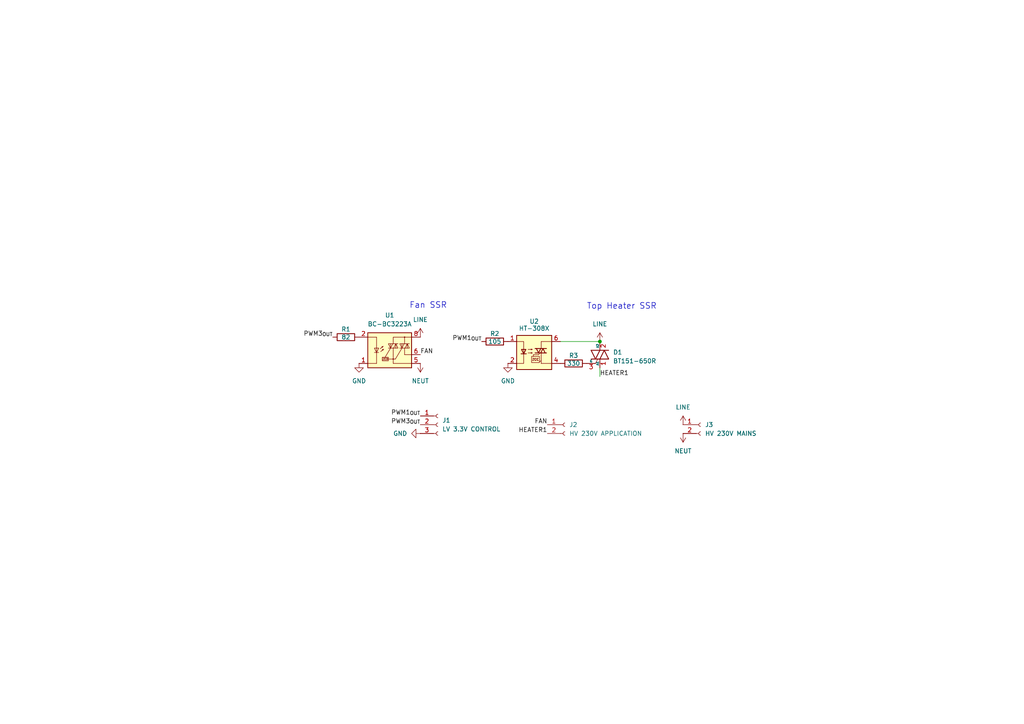
<source format=kicad_sch>
(kicad_sch (version 20231120) (generator "eeschema") (generator_version "8.0")
  (paper "A4")
  (lib_symbols
    (symbol "Connector:Conn_01x02_Socket" (pin_names (offset 1.016) hide)
      (property "Reference" "J" (at 0 2.54 0))
      (property "Value" "Conn_01x02_Socket" (at 0 -5.08 0))
      (symbol "Conn_01x02_Socket_1_1"
        (arc (start 0 -2.032) (mid -0.5058 -2.54) (end 0 -3.048) (stroke (width 0.1524)))
        (polyline (pts (xy -1.27 -2.54) (xy -0.508 -2.54)) (stroke (width 0.1524)))
        (polyline (pts (xy -1.27 0) (xy -0.508 0)) (stroke (width 0.1524)))
        (arc (start 0 0.508) (mid -0.5058 0) (end 0 -0.508) (stroke (width 0.1524)))
        (pin passive line (at -5.08 0 0) (length 3.81) (name "Pin_1") (number "1"))
        (pin passive line (at -5.08 -2.54 0) (length 3.81) (name "Pin_2") (number "2"))
      )
    )
    (symbol "Connector:Conn_01x03_Socket" (pin_names (offset 1.016) hide)
      (property "Reference" "J" (at 0 5.08 0))
      (property "Value" "Conn_01x03_Socket" (at 0 -5.08 0))
      (symbol "Conn_01x03_Socket_1_1"
        (arc (start 0 -2.032) (mid -0.5058 -2.54) (end 0 -3.048) (stroke (width 0.1524)))
        (polyline (pts (xy -1.27 -2.54) (xy -0.508 -2.54)) (stroke (width 0.1524)))
        (polyline (pts (xy -1.27 0) (xy -0.508 0)) (stroke (width 0.1524)))
        (polyline (pts (xy -1.27 2.54) (xy -0.508 2.54)) (stroke (width 0.1524)))
        (arc (start 0 0.508) (mid -0.5058 0) (end 0 -0.508) (stroke (width 0.1524)))
        (arc (start 0 3.048) (mid -0.5058 2.54) (end 0 2.032) (stroke (width 0.1524)))
        (pin passive line (at -5.08 2.54 0) (length 3.81) (name "Pin_1") (number "1"))
        (pin passive line (at -5.08 0 0) (length 3.81) (name "Pin_2") (number "2"))
        (pin passive line (at -5.08 -2.54 0) (length 3.81) (name "Pin_3") (number "3"))
      )
    )
    (symbol "Device:R" (pin_numbers hide) (pin_names (offset 0))
      (property "Reference" "R" (at 2.032 0 90))
      (property "Value" "R" (at 0 0 90))
      (symbol "R_0_1"
        (rectangle (start -1.016 -2.54) (end 1.016 2.54) (stroke (width 0.254)))
      )
      (symbol "R_1_1"
        (pin passive line (at 0 3.81 270) (length 1.27) (name "~") (number "1"))
        (pin passive line (at 0 -3.81 90) (length 1.27) (name "~") (number "2"))
      )
    )
    (symbol "GiveBetterNameRelay_SolidState:BC-BC3223A"
      (property "Reference" "U" (at -5.08 5.08 0))
      (property "Value" "BC-BC3223A " (at 0 5.08 0))
      (symbol "BC-BC3223A_0_1"
        (polyline (pts (xy 3.048 -2.54) (xy 5.08 -2.54)))
        (polyline (pts (xy 3.048 -0.635) (xy 3.048 -2.54)))
      )
      (symbol "BC-BC3223A_1_1"
        (rectangle (start -7.62 3.81) (end 5.08 -6.35) (stroke (width 0.254)) (fill (type background)))
        (rectangle (start -3.429 -3.302) (end -1.651 -4.318))
        (circle (center -0.254 -3.81) (radius 0.127))
        (polyline (pts (xy -5.715 -1.905) (xy -4.445 -1.905)))
        (polyline (pts (xy -5.08 -5.08) (xy -7.62 -5.08)))
        (polyline (pts (xy -5.08 -1.905) (xy -5.08 -5.08)))
        (polyline (pts (xy -5.08 -0.635) (xy -5.08 -1.905)))
        (polyline (pts (xy -5.08 -0.635) (xy -5.08 2.54)))
        (polyline (pts (xy -5.08 2.54) (xy -7.493 2.54)))
        (polyline (pts (xy -3.3782 -0.2794) (xy -4.0132 -0.8128)))
        (polyline (pts (xy -3.2512 -1.1176) (xy -3.8862 -1.651)))
        (polyline (pts (xy -1.651 -3.81) (xy -0.254 -3.81)))
        (polyline (pts (xy -1.016 -0.635) (xy -2.6162 -3.302)))
        (polyline (pts (xy -1.016 -0.635) (xy -1.016 0.635)))
        (polyline (pts (xy -0.254 -3.81) (xy 0.381 -3.81)))
        (polyline (pts (xy -0.254 -2.54) (xy -0.254 -5.08)))
        (polyline (pts (xy -0.254 -2.54) (xy -0.254 -0.635)))
        (polyline (pts (xy 0.381 -3.81) (xy 2.286 -0.635)))
        (polyline (pts (xy 0.508 0.635) (xy 0.508 -0.635)))
        (polyline (pts (xy 2.286 -0.635) (xy 2.286 0.635)))
        (polyline (pts (xy 3.048 2.54) (xy 3.048 0.635)))
        (polyline (pts (xy 3.81 0.635) (xy 3.81 -0.635)))
        (polyline (pts (xy 5.08 -5.08) (xy -0.254 -5.08)))
        (polyline (pts (xy 5.08 2.54) (xy 3.048 2.54)))
        (polyline (pts (xy 3.048 2.54) (xy -0.254 2.54) (xy -0.254 0.635)))
        (polyline (pts (xy -5.08 -1.905) (xy -5.715 -0.635) (xy -4.445 -0.635) (xy -5.08 -1.905)))
        (polyline (pts (xy -3.556 -0.254) (xy -3.3782 -0.4318) (xy -3.1496 -0.1016) (xy -3.556 -0.254)))
        (polyline (pts (xy -3.429 -1.0922) (xy -3.2512 -1.27) (xy -3.0226 -0.9398) (xy -3.429 -1.0922)))
        (polyline (pts (xy -1.651 -0.635) (xy 1.143 -0.635) (xy 0.508 0.635) (xy -0.127 -0.635)))
        (polyline (pts (xy 1.143 0.635) (xy -1.651 0.635) (xy -1.016 -0.635) (xy -0.381 0.635)))
        (polyline (pts (xy 1.651 -0.635) (xy 4.445 -0.635) (xy 3.81 0.635) (xy 3.175 -0.635)))
        (polyline (pts (xy 4.445 0.635) (xy 1.651 0.635) (xy 2.286 -0.635) (xy 2.921 0.635)))
        (circle (center 3.048 2.54) (radius 0.127))
        (text "ZCD" (at -2.54 -3.81 0) (effects (font (size 0.508 0.508))))
        (pin passive line (at -10.16 -5.08 0) (length 2.54) (name "~") (number "1"))
        (pin passive line (at -10.16 2.54 0) (length 2.54) (name "~") (number "2"))
        (pin passive line (at -10.16 -5.08 0) (length 2.54) hide (name "~") (number "3"))
        (pin passive line (at -10.16 -5.08 0) (length 2.54) hide (name "~") (number "4"))
        (pin passive line (at 7.62 -5.08 180) (length 2.54) (name "~") (number "5"))
        (pin passive line (at 7.62 -2.54 180) (length 2.54) (name "~") (number "6"))
        (pin passive line (at 7.62 2.54 180) (length 2.54) (name "~") (number "8"))
      )
    )
    (symbol "Relay_SolidState1:HT-3041"
      (property "Reference" "U" (at 0 6.096 0))
      (symbol "HT-3041_0_1"
        (rectangle (start -5.08 4.318) (end 5.08 -5.588) (stroke (width 0.254)) (fill (type background)))
        (polyline (pts (xy -3.81 -1.016) (xy -2.286 -1.016)) (stroke (width 0.254)))
        (polyline (pts (xy 0.254 -0.762) (xy 3.556 -0.762)) (stroke (width 0.254)))
        (polyline (pts (xy 0.254 0.508) (xy 3.556 0.508)) (stroke (width 0.254)))
        (polyline (pts (xy 2.032 -3.81) (xy 5.08 -3.81)))
        (polyline (pts (xy 2.032 0.508) (xy 2.032 2.54)))
        (polyline (pts (xy 2.032 2.54) (xy 5.08 2.54)))
        (polyline (pts (xy 1.905 -0.762) (xy 2.54 0.508) (xy 3.175 -0.762)) (stroke (width 0.254)))
        (polyline (pts (xy -3.048 -1.016) (xy -3.683 0.254) (xy -2.413 0.254) (xy -3.048 -1.016)) (stroke (width 0.254)))
        (polyline (pts (xy -1.778 -0.762) (xy -0.508 -0.762) (xy -0.889 -0.889) (xy -0.889 -0.635) (xy -0.508 -0.762)))
        (polyline (pts (xy -1.778 0.254) (xy -0.508 0.254) (xy -0.889 0.127) (xy -0.889 0.381) (xy -0.508 0.254)))
      )
      (symbol "HT-3041_1_1"
        (polyline (pts (xy -0.254 -1.778) (xy -0.254 -1.27)))
        (polyline (pts (xy -0.254 -1.27) (xy 1.27 -1.27)))
        (polyline (pts (xy 1.27 -1.27) (xy 1.651 -0.762)))
        (polyline (pts (xy 1.524 -3.302) (xy 2.032 -3.048)))
        (polyline (pts (xy 2.032 -2.794) (xy 2.032 -3.81)))
        (polyline (pts (xy 2.032 -2.794) (xy 2.032 -0.762)))
        (polyline (pts (xy 0.635 0.508) (xy 1.27 -0.762) (xy 1.905 0.508)) (stroke (width 0.254)))
        (polyline (pts (xy -5.08 -3.81) (xy -3.048 -3.81) (xy -3.048 2.54) (xy -5.08 2.54)))
        (text_box "ZCC" (at -0.762 -1.778 0) (size 2.286 -1.778) (effects (font (size 0.635 0.635)) (justify top)))
        (pin passive line (at -7.62 2.54 0) (length 2.54) (name "~") (number "1"))
        (pin passive line (at -7.62 -3.81 0) (length 2.54) (name "~") (number "2"))
        (pin no_connect line (at -5.08 -1.27 0) (length 2.54) hide (name "~") (number "3"))
        (pin passive line (at 7.62 -3.81 180) (length 2.54) (name "~") (number "4"))
        (pin no_connect line (at 7.62 -1.27 180) (length 2.54) hide (name "~") (number "5"))
        (pin passive line (at 7.62 2.54 180) (length 2.54) (name "~") (number "6"))
      )
    )
    (symbol "bt138-800e:BT138-800E" (pin_names (offset 0))
      (property "Reference" "D" (at 3.175 0.635 0))
      (property "Value" "BT138-800E" (at 3.175 -1.27 0))
      (symbol "BT138-800E_0_1"
        (polyline (pts (xy -2.54 -1.27) (xy 2.54 -1.27)) (stroke (width 0.254)))
        (polyline (pts (xy -2.54 1.27) (xy 2.54 1.27)) (stroke (width 0.254)))
        (polyline (pts (xy -1.27 -2.54) (xy -0.635 -1.27)))
        (polyline (pts (xy -2.54 1.27) (xy -1.27 -1.27) (xy 0 1.27)) (stroke (width 0.254)))
        (polyline (pts (xy 0 -1.27) (xy 1.27 1.27) (xy 2.54 -1.27)) (stroke (width 0.254)))
      )
      (symbol "BT138-800E_1_1"
        (pin passive line (at 0 -3.81 90) (length 2.54) (name "A1") (number "1"))
        (pin passive line (at 0 3.81 270) (length 2.54) (name "A2") (number "2"))
        (pin input line (at -3.81 -2.54 0) (length 2.54) (name "G") (number "3"))
      )
    )
    (symbol "power:GND" (power) (pin_numbers hide) (pin_names (offset 0) hide)
      (property "Value" "GND" (at 0 -3.81 0))
      (symbol "GND_0_1"
        (polyline (pts (xy 0 0) (xy 0 -1.27) (xy 1.27 -1.27) (xy 0 -2.54) (xy -1.27 -1.27) (xy 0 -1.27)))
      )
      (symbol "GND_1_1"
        (pin power_in line (at 0 0 270) (length 0) (name "~") (number "1"))
      )
    )
    (symbol "power:LINE" (power) (pin_numbers hide) (pin_names (offset 0) hide)
      (property "Value" "LINE" (at 0 3.556 0))
      (symbol "LINE_0_1"
        (polyline (pts (xy -0.762 1.27) (xy 0 2.54)))
        (polyline (pts (xy 0 0) (xy 0 2.54)))
        (polyline (pts (xy 0 2.54) (xy 0.762 1.27)))
      )
      (symbol "LINE_1_1"
        (pin power_in line (at 0 0 90) (length 0) (name "~") (number "1"))
      )
    )
    (symbol "power:NEUT" (power) (pin_numbers hide) (pin_names (offset 0) hide)
      (property "Value" "NEUT" (at 0 3.556 0))
      (symbol "NEUT_0_1"
        (polyline (pts (xy -0.762 1.27) (xy 0 2.54)))
        (polyline (pts (xy 0 0) (xy 0 2.54)))
        (polyline (pts (xy 0 2.54) (xy 0.762 1.27)))
      )
      (symbol "NEUT_1_1"
        (pin power_in line (at 0 0 90) (length 0) (name "~") (number "1"))
      )
    )
  )
  (junction (at 173.99 99.06))
  (wire (pts (xy 173.99 109.22) (xy 173.99 106.68)))
  (wire (pts (xy 162.56 99.06) (xy 173.99 99.06)))
  (text "Fan SSR" (at 124.206 88.646 0) (effects (font (size 1.7 1.7))))
  (text "Top Heater SSR" (at 180.34 88.9 0) (effects (font (size 1.7 1.7))))
  (label "PWM3_{OUT}" (at 121.92 123.19 180))
  (label "FAN" (at 121.92 102.87 0))
  (label "HEATER1" (at 173.99 109.22 0))
  (label "PWM1_{OUT}" (at 139.7 99.06 180))
  (label "FAN" (at 158.75 123.19 180))
  (label "PWM1_{OUT}" (at 121.92 120.65 180))
  (label "PWM3_{OUT}" (at 96.52 97.79 180))
  (label "HEATER1" (at 158.75 125.73 180))
  (symbol (lib_id "Device:R") (at 100.33 97.79 90) (unit 1)
    (property "Reference" "R1" (at 100.33 95.504 90))
    (property "Value" "82" (at 100.33 97.79 90))
    (property "Footprint" "Resistor_SMD:R_0603_1608Metric_Pad0.98x0.95mm_HandSolder" (effects (hide yes)))
    (property "Datasheet" "https://www.lcsc.com/datasheet/lcsc_datasheet_2205131800_VO-SCR0603J82R_C3017760.pdf" (effects (hide yes)))
    (property "Description" "Resistor" (effects (hide yes)))
    (property "LCSC-Part" "C3017760" (effects (hide yes)))
  )
  (symbol (lib_id "power:LINE") (at 173.99 99.06 0) (unit 1)
    (property "Reference" "#PWR05" (effects (hide yes)))
    (property "Value" "LINE" (at 173.99 93.98 0))
    (property "Description" "Power symbol creates a global label with name \"LINE\"" (effects (hide yes)))
  )
  (symbol (lib_id "power:NEUT") (at 198.12 125.73 180) (unit 1)
    (property "Reference" "#PWR06" (effects (hide yes)))
    (property "Value" "NEUT" (at 198.12 130.81 0))
    (property "Description" "Power symbol creates a global label with name \"NEUT\"" (effects (hide yes)))
  )
  (symbol (lib_id "Device:R") (at 143.51 99.06 90) (unit 1)
    (property "Reference" "R2" (at 143.51 96.774 90))
    (property "Value" "105" (at 143.51 99.06 90))
    (property "Footprint" "Resistor_SMD:R_0603_1608Metric_Pad0.98x0.95mm_HandSolder" (effects (hide yes)))
    (property "Datasheet" "https://www.lcsc.com/datasheet/lcsc_datasheet_2206021130_VO-SCR0603F105R_C3016240.pdf" (effects (hide yes)))
    (property "Description" "Resistor" (effects (hide yes)))
    (property "LCSC-Part" "C3016240" (effects (hide yes)))
  )
  (symbol (lib_id "GiveBetterNameRelay_SolidState:BC-BC3223A") (at 114.3 100.33 0) (unit 1)
    (property "Reference" "U1" (at 113.03 91.44 0))
    (property "Value" "BC-BC3223A" (at 113.03 93.98 0))
    (property "Footprint" "Package_SO:SSO-7-8_6.4x9.78mm_P2.54mm" (effects (hide yes)))
    (property "Datasheet" "https://www.lcsc.com/datasheet/lcsc_datasheet_2306151728_BC-BC3223A_C596515.pdf" (effects (hide yes)))
    (property "Description" "110VAC~220VAC 1 Form A (SPST-NO) 1.2A SMD-7P Solid State Relays (Triac Output) ROHS" (effects (hide yes)))
    (property "LCSC-Part" "C596515" (effects (hide yes)))
  )
  (symbol (lib_id "Device:R") (at 166.37 105.41 90) (unit 1)
    (property "Reference" "R3" (at 166.37 103.124 90))
    (property "Value" "330" (at 166.37 105.41 90))
    (property "Footprint" "Resistor_SMD:R_0603_1608Metric_Pad0.98x0.95mm_HandSolder" (effects (hide yes)))
    (property "Datasheet" "https://www.lcsc.com/datasheet/lcsc_datasheet_2308241947_FOJAN-FRC0603J331-TS_C2907152.pdf" (effects (hide yes)))
    (property "Description" "Resistor" (effects (hide yes)))
    (property "LCSC-Part" "C2907152" (effects (hide yes)))
  )
  (symbol (lib_id "bt138-800e:BT138-800E") (at 173.99 102.87 0) (unit 1)
    (property "Reference" "D1" (at 177.8 102.1714 0) (effects (justify left)))
    (property "Value" "BT151-650R" (at 177.8 104.7114 0) (effects (justify left)))
    (property "Footprint" "Package_TO_SOT_THT:TO-220-3_Vertical" (effects (hide yes)))
    (property "Datasheet" "https://www.lcsc.com/datasheet/lcsc_datasheet_2105241607_KY-BT151-650R_C2831674.pdf" (effects (hide yes)))
    (property "Description" "30mA 650V 1 unidirectional thyristor TO-220 Thyristors (SCR)/Modules ROHS" (effects (hide yes)))
    (property "LCSC-Part" "C2831674" (effects (hide yes)))
  )
  (symbol (lib_id "Connector:Conn_01x03_Socket") (at 127 123.19 0) (unit 1)
    (property "Reference" "J1" (at 128.27 121.9199 0) (effects (justify left)))
    (property "Value" "LV 3.3V CONTROL" (at 128.27 124.4599 0) (effects (justify left)))
    (property "Footprint" "Connector_PinHeader_2.54mm:PinHeader_1x03_P2.54mm_Vertical" (effects (hide yes)))
    (property "Description" "Generic connector, single row, 01x03, script generated" (effects (hide yes)))
  )
  (symbol (lib_id "power:NEUT") (at 121.92 105.41 180) (unit 1)
    (property "Reference" "#PWR03" (effects (hide yes)))
    (property "Value" "NEUT" (at 121.92 110.49 0))
    (property "Description" "Power symbol creates a global label with name \"NEUT\"" (effects (hide yes)))
  )
  (symbol (lib_id "Connector:Conn_01x02_Socket") (at 163.83 123.19 0) (unit 1)
    (property "Reference" "J2" (at 165.1 123.1899 0) (effects (justify left)))
    (property "Value" "HV 230V APPLICATION" (at 165.1 125.7299 0) (effects (justify left)))
    (property "Footprint" "Connector_PinHeader_2.54mm:PinHeader_1x02_P2.54mm_Vertical" (effects (hide yes)))
    (property "Description" "Generic connector, single row, 01x02, script generated" (effects (hide yes)))
  )
  (symbol (lib_id "power:GND") (at 147.32 105.41 0) (unit 1)
    (property "Reference" "#PWR04" (effects (hide yes)))
    (property "Value" "GND" (at 147.32 110.49 0))
    (property "Description" "Power symbol creates a global label with name \"GND\" , ground" (effects (hide yes)))
  )
  (symbol (lib_id "power:GND") (at 121.92 125.73 270) (unit 1)
    (property "Reference" "#PWR08" (effects (hide yes)))
    (property "Value" "GND" (at 118.11 125.7299 90) (effects (justify right)))
    (property "Description" "Power symbol creates a global label with name \"GND\" , ground" (effects (hide yes)))
  )
  (symbol (lib_id "Relay_SolidState1:HT-3041") (at 154.94 101.6 0) (unit 1)
    (property "Reference" "U2" (at 154.94 93.218 0))
    (property "Value" "HT-308X" (at 154.94 95.25 0))
    (property "Footprint" "Package_DIP:DIP-6_W7.62mm" (effects (hide yes)))
    (property "Datasheet" "https://www.lcsc.com/datasheet/lcsc_datasheet_2408301021_HENGTUO-ELECTRONICS-HT-3041_C34376216.pdf" (effects (hide yes)))
    (property "Description" "100mA 50mA 400V 1.2V DC DIP-6-S1 Triac, SCR Output Optoisolators ROHS" (effects (hide yes)))
    (property "LCSC-Part" "C34376216" (effects (hide yes)))
  )
  (symbol (lib_id "power:LINE") (at 198.12 123.19 0) (unit 1)
    (property "Reference" "#PWR07" (effects (hide yes)))
    (property "Value" "LINE" (at 198.12 118.11 0))
    (property "Description" "Power symbol creates a global label with name \"LINE\"" (effects (hide yes)))
  )
  (symbol (lib_id "power:LINE") (at 121.92 97.79 0) (unit 1)
    (property "Reference" "#PWR02" (effects (hide yes)))
    (property "Value" "LINE" (at 121.92 92.71 0))
    (property "Description" "Power symbol creates a global label with name \"LINE\"" (effects (hide yes)))
  )
  (symbol (lib_id "Connector:Conn_01x02_Socket") (at 203.2 123.19 0) (unit 1)
    (property "Reference" "J3" (at 204.47 123.1899 0) (effects (justify left)))
    (property "Value" "HV 230V MAINS" (at 204.47 125.7299 0) (effects (justify left)))
    (property "Footprint" "Connector_PinHeader_2.54mm:PinHeader_1x02_P2.54mm_Vertical" (effects (hide yes)))
    (property "Description" "Generic connector, single row, 01x02, script generated" (effects (hide yes)))
  )
  (symbol (lib_id "power:GND") (at 104.14 105.41 0) (unit 1)
    (property "Reference" "#PWR01" (effects (hide yes)))
    (property "Value" "GND" (at 104.14 110.49 0))
    (property "Description" "Power symbol creates a global label with name \"GND\" , ground" (effects (hide yes)))
  )
)
</source>
